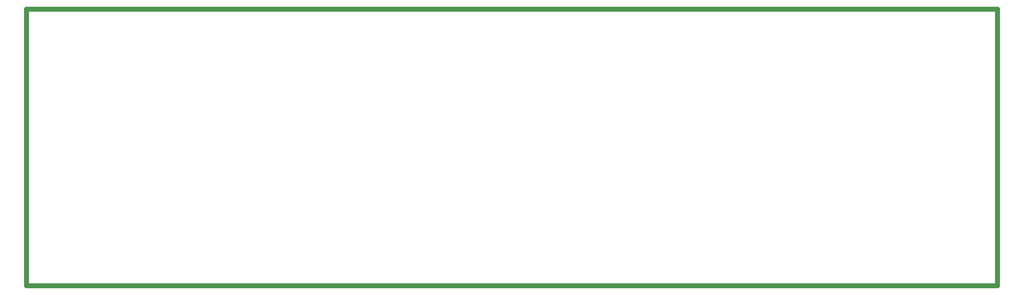
<source format=gbr>
G04 start of page 4 for group 6 idx 6 *
G04 Title: (unknown), outline *
G04 Creator: pcb 4.2.2 *
G04 CreationDate: Tue May 11 21:17:39 2021 UTC *
G04 For: thomasc *
G04 Format: Gerber/RS-274X *
G04 PCB-Dimensions (mil): 5250.00 1500.00 *
G04 PCB-Coordinate-Origin: lower left *
%MOIN*%
%FSLAX25Y25*%
%LNOUTLINE*%
%ADD35C,0.0250*%
G54D35*X0Y150000D02*Y0D01*
X525000D01*
Y150000D01*
X0D01*
M02*

</source>
